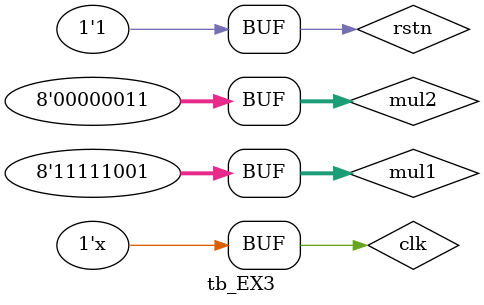
<source format=v>
`timescale 1ns / 1ps


module tb_EX3();
    reg clk;
    reg rstn;
    reg [7:0] mul1,mul2;
    wire [15:0] result;
    initial begin
    clk <= 0;
    mul1 <= -8'd7;
    mul2 <= 8'd3;
    #100;
    rstn <= 1;
    #100;
    end
    always #10 clk=~clk;
    EX3_Booth_8bit Booth_8bit(
    .clk(clk),
    .rstn(rstn),
    .mul_x(mul1),
    .mul_y(mul2),
    .result(result)
    );
endmodule

</source>
